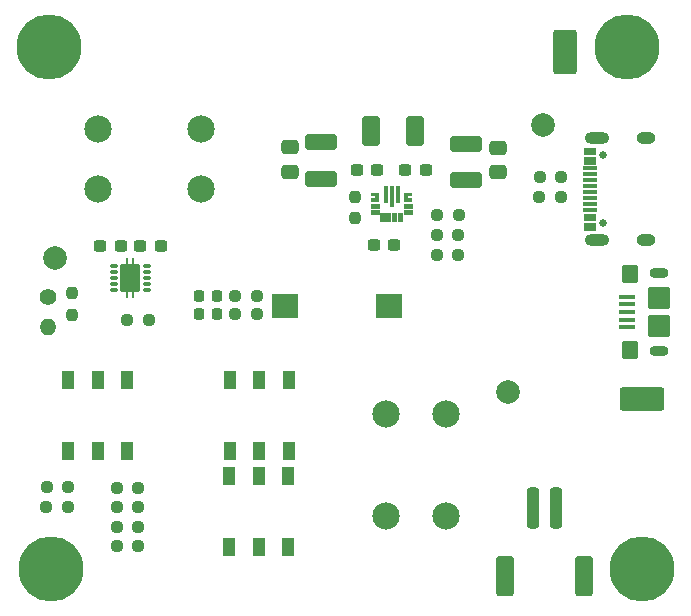
<source format=gts>
G04 #@! TF.GenerationSoftware,KiCad,Pcbnew,9.0.0*
G04 #@! TF.CreationDate,2025-04-25T18:31:33-04:00*
G04 #@! TF.ProjectId,bq25171_breakout,62713235-3137-4315-9f62-7265616b6f75,rev?*
G04 #@! TF.SameCoordinates,Original*
G04 #@! TF.FileFunction,Soldermask,Top*
G04 #@! TF.FilePolarity,Negative*
%FSLAX46Y46*%
G04 Gerber Fmt 4.6, Leading zero omitted, Abs format (unit mm)*
G04 Created by KiCad (PCBNEW 9.0.0) date 2025-04-25 18:31:33*
%MOMM*%
%LPD*%
G01*
G04 APERTURE LIST*
G04 Aperture macros list*
%AMRoundRect*
0 Rectangle with rounded corners*
0 $1 Rounding radius*
0 $2 $3 $4 $5 $6 $7 $8 $9 X,Y pos of 4 corners*
0 Add a 4 corners polygon primitive as box body*
4,1,4,$2,$3,$4,$5,$6,$7,$8,$9,$2,$3,0*
0 Add four circle primitives for the rounded corners*
1,1,$1+$1,$2,$3*
1,1,$1+$1,$4,$5*
1,1,$1+$1,$6,$7*
1,1,$1+$1,$8,$9*
0 Add four rect primitives between the rounded corners*
20,1,$1+$1,$2,$3,$4,$5,0*
20,1,$1+$1,$4,$5,$6,$7,0*
20,1,$1+$1,$6,$7,$8,$9,0*
20,1,$1+$1,$8,$9,$2,$3,0*%
G04 Aperture macros list end*
%ADD10C,0.010000*%
%ADD11RoundRect,0.250000X-1.100000X0.412500X-1.100000X-0.412500X1.100000X-0.412500X1.100000X0.412500X0*%
%ADD12RoundRect,0.218750X-0.218750X-0.256250X0.218750X-0.256250X0.218750X0.256250X-0.218750X0.256250X0*%
%ADD13RoundRect,0.237500X-0.300000X-0.237500X0.300000X-0.237500X0.300000X0.237500X-0.300000X0.237500X0*%
%ADD14RoundRect,0.250001X-0.499999X-0.999999X0.499999X-0.999999X0.499999X0.999999X-0.499999X0.999999X0*%
%ADD15RoundRect,0.237500X-0.250000X-0.237500X0.250000X-0.237500X0.250000X0.237500X-0.250000X0.237500X0*%
%ADD16RoundRect,0.037500X-0.262500X-0.087500X0.262500X-0.087500X0.262500X0.087500X-0.262500X0.087500X0*%
%ADD17RoundRect,0.041250X-0.258750X-0.096250X0.258750X-0.096250X0.258750X0.096250X-0.258750X0.096250X0*%
%ADD18R,0.250000X0.500000*%
%ADD19RoundRect,0.082500X-0.742500X-1.117500X0.742500X-1.117500X0.742500X1.117500X-0.742500X1.117500X0*%
%ADD20C,5.500000*%
%ADD21R,2.200000X2.000000*%
%ADD22RoundRect,0.237500X0.237500X-0.250000X0.237500X0.250000X-0.237500X0.250000X-0.237500X-0.250000X0*%
%ADD23R,1.000000X1.500000*%
%ADD24C,2.304000*%
%ADD25RoundRect,0.250000X-0.750000X1.650000X-0.750000X-1.650000X0.750000X-1.650000X0.750000X1.650000X0*%
%ADD26RoundRect,0.237500X0.300000X0.237500X-0.300000X0.237500X-0.300000X-0.237500X0.300000X-0.237500X0*%
%ADD27RoundRect,0.237500X0.250000X0.237500X-0.250000X0.237500X-0.250000X-0.237500X0.250000X-0.237500X0*%
%ADD28C,2.000000*%
%ADD29C,1.400000*%
%ADD30O,1.400000X1.400000*%
%ADD31RoundRect,0.250000X-0.475000X0.337500X-0.475000X-0.337500X0.475000X-0.337500X0.475000X0.337500X0*%
%ADD32C,0.650000*%
%ADD33R,1.095000X0.300000*%
%ADD34R,1.150000X0.300000*%
%ADD35O,2.100000X1.000000*%
%ADD36O,1.600000X1.000000*%
%ADD37RoundRect,0.100000X0.575000X-0.100000X0.575000X0.100000X-0.575000X0.100000X-0.575000X-0.100000X0*%
%ADD38O,1.600000X0.900000*%
%ADD39RoundRect,0.250000X0.450000X-0.550000X0.450000X0.550000X-0.450000X0.550000X-0.450000X-0.550000X0*%
%ADD40RoundRect,0.250000X0.700000X-0.700000X0.700000X0.700000X-0.700000X0.700000X-0.700000X-0.700000X0*%
%ADD41RoundRect,0.250000X-0.250000X-1.500000X0.250000X-1.500000X0.250000X1.500000X-0.250000X1.500000X0*%
%ADD42RoundRect,0.250001X-0.499999X-1.449999X0.499999X-1.449999X0.499999X1.449999X-0.499999X1.449999X0*%
%ADD43RoundRect,0.250000X-1.650000X-0.750000X1.650000X-0.750000X1.650000X0.750000X-1.650000X0.750000X0*%
G04 APERTURE END LIST*
D10*
X132020000Y-91087500D02*
X131320000Y-91087500D01*
X131320000Y-90737500D01*
X132020000Y-90737500D01*
X132020000Y-91087500D01*
G36*
X132020000Y-91087500D02*
G01*
X131320000Y-91087500D01*
X131320000Y-90737500D01*
X132020000Y-90737500D01*
X132020000Y-91087500D01*
G37*
X132020000Y-91587500D02*
X131320000Y-91587500D01*
X131320000Y-91237500D01*
X132020000Y-91237500D01*
X132020000Y-91587500D01*
G36*
X132020000Y-91587500D02*
G01*
X131320000Y-91587500D01*
X131320000Y-91237500D01*
X132020000Y-91237500D01*
X132020000Y-91587500D01*
G37*
X132495000Y-92187500D02*
X132145000Y-92187500D01*
X132145000Y-91487500D01*
X132495000Y-91487500D01*
X132495000Y-92187500D01*
G36*
X132495000Y-92187500D02*
G01*
X132145000Y-92187500D01*
X132145000Y-91487500D01*
X132495000Y-91487500D01*
X132495000Y-92187500D01*
G37*
X132695000Y-90587500D02*
X132445000Y-90587500D01*
X132445000Y-89237500D01*
X132695000Y-89237500D01*
X132695000Y-90587500D01*
G36*
X132695000Y-90587500D02*
G01*
X132445000Y-90587500D01*
X132445000Y-89237500D01*
X132695000Y-89237500D01*
X132695000Y-90587500D01*
G37*
X132995000Y-92187500D02*
X132645000Y-92187500D01*
X132645000Y-91487500D01*
X132995000Y-91487500D01*
X132995000Y-92187500D01*
G36*
X132995000Y-92187500D02*
G01*
X132645000Y-92187500D01*
X132645000Y-91487500D01*
X132995000Y-91487500D01*
X132995000Y-92187500D01*
G37*
X133195000Y-90937500D02*
X132945000Y-90937500D01*
X132945000Y-89237500D01*
X133195000Y-89237500D01*
X133195000Y-90937500D01*
G36*
X133195000Y-90937500D02*
G01*
X132945000Y-90937500D01*
X132945000Y-89237500D01*
X133195000Y-89237500D01*
X133195000Y-90937500D01*
G37*
X133495000Y-92187500D02*
X133145000Y-92187500D01*
X133145000Y-91487500D01*
X133495000Y-91487500D01*
X133495000Y-92187500D01*
G36*
X133495000Y-92187500D02*
G01*
X133145000Y-92187500D01*
X133145000Y-91487500D01*
X133495000Y-91487500D01*
X133495000Y-92187500D01*
G37*
X133695000Y-90587500D02*
X133445000Y-90587500D01*
X133445000Y-89237500D01*
X133695000Y-89237500D01*
X133695000Y-90587500D01*
G36*
X133695000Y-90587500D02*
G01*
X133445000Y-90587500D01*
X133445000Y-89237500D01*
X133695000Y-89237500D01*
X133695000Y-90587500D01*
G37*
X133995000Y-92187500D02*
X133645000Y-92187500D01*
X133645000Y-91487500D01*
X133995000Y-91487500D01*
X133995000Y-92187500D01*
G36*
X133995000Y-92187500D02*
G01*
X133645000Y-92187500D01*
X133645000Y-91487500D01*
X133995000Y-91487500D01*
X133995000Y-92187500D01*
G37*
X134820000Y-91087500D02*
X134120000Y-91087500D01*
X134120000Y-90737500D01*
X134820000Y-90737500D01*
X134820000Y-91087500D01*
G36*
X134820000Y-91087500D02*
G01*
X134120000Y-91087500D01*
X134120000Y-90737500D01*
X134820000Y-90737500D01*
X134820000Y-91087500D01*
G37*
X134820000Y-91587500D02*
X134120000Y-91587500D01*
X134120000Y-91237500D01*
X134820000Y-91237500D01*
X134820000Y-91587500D01*
G36*
X134820000Y-91587500D02*
G01*
X134120000Y-91587500D01*
X134120000Y-91237500D01*
X134820000Y-91237500D01*
X134820000Y-91587500D01*
G37*
X131970000Y-90537500D02*
X131370000Y-90537500D01*
X131370000Y-90287500D01*
X131720000Y-90287500D01*
X131720000Y-90037500D01*
X131370000Y-90037500D01*
X131370000Y-89787500D01*
X131970000Y-89787500D01*
X131970000Y-90537500D01*
G36*
X131970000Y-90537500D02*
G01*
X131370000Y-90537500D01*
X131370000Y-90287500D01*
X131720000Y-90287500D01*
X131720000Y-90037500D01*
X131370000Y-90037500D01*
X131370000Y-89787500D01*
X131970000Y-89787500D01*
X131970000Y-90537500D01*
G37*
X134770000Y-90037500D02*
X134420000Y-90037500D01*
X134420000Y-90287500D01*
X134770000Y-90287500D01*
X134770000Y-90537500D01*
X134170000Y-90537500D01*
X134170000Y-89787500D01*
X134770000Y-89787500D01*
X134770000Y-90037500D01*
G36*
X134770000Y-90037500D02*
G01*
X134420000Y-90037500D01*
X134420000Y-90287500D01*
X134770000Y-90287500D01*
X134770000Y-90537500D01*
X134170000Y-90537500D01*
X134170000Y-89787500D01*
X134770000Y-89787500D01*
X134770000Y-90037500D01*
G37*
D11*
X127130000Y-85487500D03*
X127130000Y-88612500D03*
D12*
X116755000Y-100100000D03*
X118330000Y-100100000D03*
D13*
X131567500Y-94250000D03*
X133292500Y-94250000D03*
D14*
X131380000Y-84600000D03*
X135080000Y-84600000D03*
D15*
X109817500Y-118100000D03*
X111642500Y-118100000D03*
D16*
X109580000Y-96000000D03*
X109580000Y-96500000D03*
X109580000Y-97000000D03*
X109580000Y-97500000D03*
X109580000Y-98000000D03*
X112380000Y-98000000D03*
D17*
X112380000Y-97512500D03*
D16*
X112380000Y-97000000D03*
X112380000Y-96500000D03*
X112380000Y-96000000D03*
D18*
X110730000Y-95550000D03*
X110730000Y-98450000D03*
D19*
X110980000Y-97000000D03*
D18*
X111230000Y-95550000D03*
X111230000Y-98450000D03*
D20*
X104230000Y-121650000D03*
D21*
X124030000Y-99400000D03*
X132830000Y-99400000D03*
D22*
X106030000Y-100150000D03*
X106030000Y-98325000D03*
D15*
X119867500Y-98550000D03*
X121692500Y-98550000D03*
X110717500Y-100550000D03*
X112542500Y-100550000D03*
D23*
X124380000Y-105650000D03*
X121880000Y-105650000D03*
X119380000Y-105650000D03*
X119380000Y-111650000D03*
X121880000Y-111650000D03*
X124380000Y-111650000D03*
D15*
X119867500Y-100100000D03*
X121692500Y-100100000D03*
D24*
X116967500Y-84410000D03*
X108267500Y-84410000D03*
X116967500Y-89490000D03*
X108267500Y-89490000D03*
D23*
X119330000Y-119800000D03*
X121830000Y-119800000D03*
X124330000Y-119800000D03*
X124330000Y-113800000D03*
X121830000Y-113800000D03*
X119330000Y-113800000D03*
D11*
X139430000Y-85637500D03*
X139430000Y-88762500D03*
D25*
X147730000Y-77850000D03*
D26*
X110142500Y-94350000D03*
X108417500Y-94350000D03*
D20*
X153030000Y-77500000D03*
D15*
X103867500Y-116400000D03*
X105692500Y-116400000D03*
D13*
X111817500Y-94350000D03*
X113542500Y-94350000D03*
D27*
X138742500Y-93350000D03*
X136917500Y-93350000D03*
D28*
X142930000Y-106650000D03*
D15*
X103880000Y-114750000D03*
X105705000Y-114750000D03*
D20*
X104080000Y-77500000D03*
D12*
X116755000Y-98550000D03*
X118330000Y-98550000D03*
D29*
X104030000Y-98617500D03*
D30*
X104030000Y-101157500D03*
D27*
X147442500Y-88450000D03*
X145617500Y-88450000D03*
D28*
X145930000Y-84050000D03*
D31*
X124480000Y-85962500D03*
X124480000Y-88037500D03*
D20*
X154330000Y-121650000D03*
D32*
X150975000Y-92390000D03*
X150975000Y-86610000D03*
D33*
X149882500Y-92850000D03*
X149882500Y-92050000D03*
D34*
X149910000Y-90750000D03*
X149910000Y-89750000D03*
X149910000Y-89250000D03*
X149910000Y-88250000D03*
D33*
X149882500Y-86950000D03*
X149882500Y-86150000D03*
X149882500Y-86450000D03*
X149882500Y-87250000D03*
D34*
X149910000Y-87750000D03*
X149910000Y-88750000D03*
X149910000Y-90250000D03*
X149910000Y-91250000D03*
D33*
X149882500Y-91750000D03*
X149882500Y-92550000D03*
D35*
X150475000Y-93820000D03*
D36*
X154655000Y-93820000D03*
D35*
X150475000Y-85180000D03*
D36*
X154655000Y-85180000D03*
D15*
X136917500Y-95050000D03*
X138742500Y-95050000D03*
D22*
X130030000Y-91962500D03*
X130030000Y-90137500D03*
D31*
X142130000Y-86012500D03*
X142130000Y-88087500D03*
D13*
X130167500Y-87850000D03*
X131892500Y-87850000D03*
D15*
X109817500Y-119750000D03*
X111642500Y-119750000D03*
D37*
X153055000Y-101200000D03*
X153055000Y-100550000D03*
X153055000Y-99900000D03*
X153055000Y-99250000D03*
X153055000Y-98600000D03*
D38*
X155730000Y-103200000D03*
D39*
X153280000Y-103100000D03*
D40*
X155730000Y-101100000D03*
X155730000Y-98700000D03*
D39*
X153280000Y-96700000D03*
D38*
X155730000Y-96600000D03*
D24*
X132600000Y-108500000D03*
X132600000Y-117200000D03*
X137680000Y-108500000D03*
X137680000Y-117200000D03*
D28*
X104580000Y-95350000D03*
D15*
X109817500Y-114800000D03*
X111642500Y-114800000D03*
D23*
X105730000Y-111650000D03*
X108230000Y-111650000D03*
X110730000Y-111650000D03*
X110730000Y-105650000D03*
X108230000Y-105650000D03*
X105730000Y-105650000D03*
D27*
X147430000Y-90150000D03*
X145605000Y-90150000D03*
D13*
X134267500Y-87850000D03*
X135992500Y-87850000D03*
D41*
X145030000Y-116537500D03*
X147030000Y-116537500D03*
D42*
X142680000Y-122287500D03*
X149380000Y-122287500D03*
D43*
X154330000Y-107250000D03*
D15*
X109817500Y-116450000D03*
X111642500Y-116450000D03*
D27*
X138792500Y-91650000D03*
X136967500Y-91650000D03*
M02*

</source>
